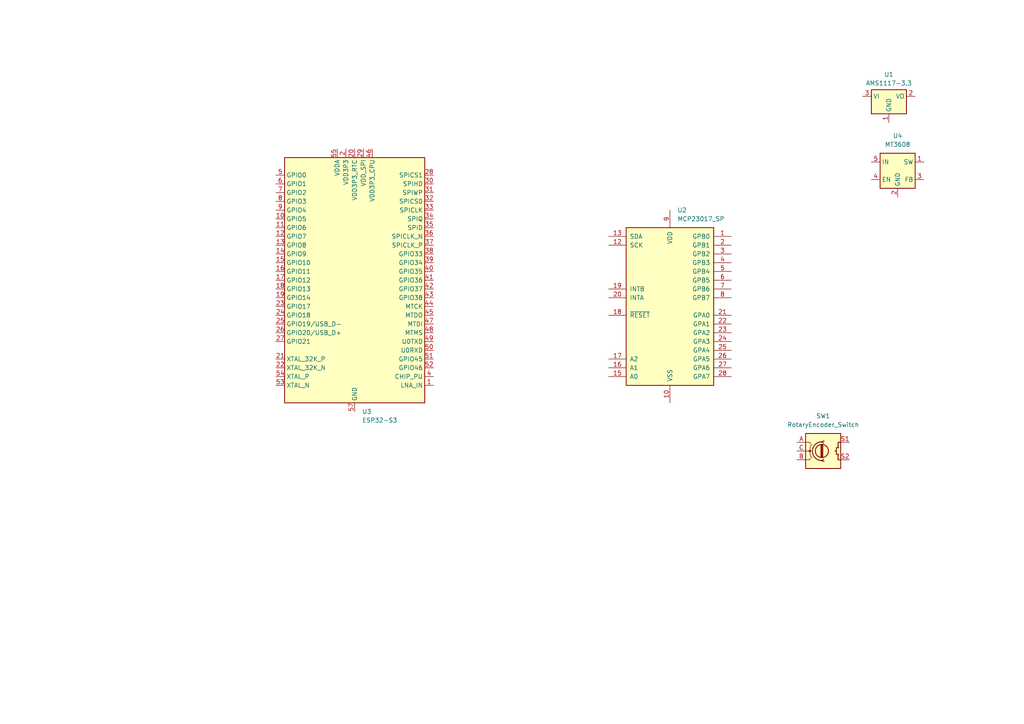
<source format=kicad_sch>
(kicad_sch (version 20250114) (generator "eeschema") (generator_version "9.0")
  (paper "A4")
  (lib_symbols
    (symbol "Device:RotaryEncoder_Switch" (pin_names (offset 0.254) (hide yes))
      (property "Reference" "SW" (at 0 6.604 0))
      (property "Value" "RotaryEncoder_Switch" (at 0 -6.604 0))
      (symbol "RotaryEncoder_Switch_0_1"
        (rectangle (start -5.08 5.08) (end 5.08 -5.08) (stroke (width 0.254)) (fill (type background)))
        (polyline (pts (xy -5.08 2.54) (xy -3.81 2.54) (xy -3.81 2.032)))
        (polyline (pts (xy -5.08 0) (xy -3.81 0) (xy -3.81 -1.016) (xy -3.302 -2.032)))
        (polyline (pts (xy -5.08 -2.54) (xy -3.81 -2.54) (xy -3.81 -2.032)))
        (polyline (pts (xy -4.318 0) (xy -3.81 0) (xy -3.81 1.016) (xy -3.302 2.032)))
        (circle (center -3.81 0) (radius 0.254) (fill (type outline)))
        (polyline (pts (xy -0.635 -1.778) (xy -0.635 1.778)) (stroke (width 0.254)))
        (circle (center -0.381 0) (radius 1.905) (stroke (width 0.254)))
        (polyline (pts (xy -0.381 -1.778) (xy -0.381 1.778)) (stroke (width 0.254)))
        (arc (start -0.381 -2.794) (mid -3.0988 -0.0635) (end -0.381 2.667) (stroke (width 0.254)))
        (polyline (pts (xy -0.127 1.778) (xy -0.127 -1.778)) (stroke (width 0.254)))
        (polyline (pts (xy 0.254 2.921) (xy -0.508 2.667) (xy 0.127 2.286)) (stroke (width 0.254)))
        (polyline (pts (xy 0.254 -3.048) (xy -0.508 -2.794) (xy 0.127 -2.413)) (stroke (width 0.254)))
        (polyline (pts (xy 3.81 1.016) (xy 3.81 -1.016)) (stroke (width 0.254)))
        (polyline (pts (xy 3.81 0) (xy 3.429 0)) (stroke (width 0.254)))
        (circle (center 4.318 1.016) (radius 0.127) (stroke (width 0.254)))
        (circle (center 4.318 -1.016) (radius 0.127) (stroke (width 0.254)))
        (polyline (pts (xy 5.08 2.54) (xy 4.318 2.54) (xy 4.318 1.016)) (stroke (width 0.254)))
        (polyline (pts (xy 5.08 -2.54) (xy 4.318 -2.54) (xy 4.318 -1.016)) (stroke (width 0.254)))
      )
      (symbol "RotaryEncoder_Switch_1_1"
        (pin passive line (at -7.62 2.54 0) (length 2.54) (name "A") (number "A"))
        (pin passive line (at -7.62 0 0) (length 2.54) (name "C") (number "C"))
        (pin passive line (at -7.62 -2.54 0) (length 2.54) (name "B") (number "B"))
        (pin passive line (at 7.62 2.54 180) (length 2.54) (name "S1") (number "S1"))
        (pin passive line (at 7.62 -2.54 180) (length 2.54) (name "S2") (number "S2"))
      )
    )
    (symbol "Interface_Expansion:MCP23017_SP" (pin_names (offset 1.016))
      (property "Reference" "U" (at -11.43 24.13 0))
      (property "Value" "MCP23017_SP" (at 0 0 0))
      (symbol "MCP23017_SP_0_1"
        (rectangle (start -12.7 22.86) (end 12.7 -22.86) (stroke (width 0.254)) (fill (type background)))
      )
      (symbol "MCP23017_SP_1_1"
        (pin bidirectional line (at -17.78 20.32 0) (length 5.08) (name "SDA") (number "13"))
        (pin input line (at -17.78 17.78 0) (length 5.08) (name "SCK") (number "12"))
        (pin tri_state line (at -17.78 5.08 0) (length 5.08) (name "INTB") (number "19"))
        (pin tri_state line (at -17.78 2.54 0) (length 5.08) (name "INTA") (number "20"))
        (pin input line (at -17.78 -2.54 0) (length 5.08) (name "~{RESET}") (number "18"))
        (pin input line (at -17.78 -15.24 0) (length 5.08) (name "A2") (number "17"))
        (pin input line (at -17.78 -17.78 0) (length 5.08) (name "A1") (number "16"))
        (pin input line (at -17.78 -20.32 0) (length 5.08) (name "A0") (number "15"))
        (pin no_connect line (at -12.7 15.24 0) (length 5.08) (hide yes) (name "NC") (number "11"))
        (pin no_connect line (at -12.7 12.7 0) (length 5.08) (hide yes) (name "NC") (number "14"))
        (pin power_in line (at 0 27.94 270) (length 5.08) (name "VDD") (number "9"))
        (pin power_in line (at 0 -27.94 90) (length 5.08) (name "VSS") (number "10"))
        (pin bidirectional line (at 17.78 20.32 180) (length 5.08) (name "GPB0") (number "1"))
        (pin bidirectional line (at 17.78 17.78 180) (length 5.08) (name "GPB1") (number "2"))
        (pin bidirectional line (at 17.78 15.24 180) (length 5.08) (name "GPB2") (number "3"))
        (pin bidirectional line (at 17.78 12.7 180) (length 5.08) (name "GPB3") (number "4"))
        (pin bidirectional line (at 17.78 10.16 180) (length 5.08) (name "GPB4") (number "5"))
        (pin bidirectional line (at 17.78 7.62 180) (length 5.08) (name "GPB5") (number "6"))
        (pin bidirectional line (at 17.78 5.08 180) (length 5.08) (name "GPB6") (number "7"))
        (pin output line (at 17.78 2.54 180) (length 5.08) (name "GPB7") (number "8"))
        (pin bidirectional line (at 17.78 -2.54 180) (length 5.08) (name "GPA0") (number "21"))
        (pin bidirectional line (at 17.78 -5.08 180) (length 5.08) (name "GPA1") (number "22"))
        (pin bidirectional line (at 17.78 -7.62 180) (length 5.08) (name "GPA2") (number "23"))
        (pin bidirectional line (at 17.78 -10.16 180) (length 5.08) (name "GPA3") (number "24"))
        (pin bidirectional line (at 17.78 -12.7 180) (length 5.08) (name "GPA4") (number "25"))
        (pin bidirectional line (at 17.78 -15.24 180) (length 5.08) (name "GPA5") (number "26"))
        (pin bidirectional line (at 17.78 -17.78 180) (length 5.08) (name "GPA6") (number "27"))
        (pin output line (at 17.78 -20.32 180) (length 5.08) (name "GPA7") (number "28"))
      )
    )
    (symbol "MCU_Espressif:ESP32-S3"
      (property "Reference" "U" (at 10.16 -38.1 0))
      (property "Value" "ESP32-S3" (at 13.97 -40.64 0))
      (symbol "ESP32-S3_0_1"
        (rectangle (start -20.32 35.56) (end 20.32 -35.56) (stroke (width 0.254)) (fill (type background)))
      )
      (symbol "ESP32-S3_1_0"
        (pin passive line (at -5.08 38.1 270) (length 2.54) (hide yes) (name "VDDA") (number "56"))
        (pin bidirectional line (at 22.86 12.7 180) (length 2.54) (name "SPICLK_N") (number "36"))
        (pin bidirectional line (at 22.86 -10.16 180) (length 2.54) (name "MTDO") (number "45"))
        (pin bidirectional line (at 22.86 -22.86 180) (length 2.54) (name "GPIO45") (number "51"))
      )
      (symbol "ESP32-S3_1_1"
        (pin bidirectional line (at -22.86 30.48 0) (length 2.54) (name "GPIO0") (number "5"))
        (pin bidirectional line (at -22.86 27.94 0) (length 2.54) (name "GPIO1") (number "6"))
        (pin bidirectional line (at -22.86 25.4 0) (length 2.54) (name "GPIO2") (number "7"))
        (pin bidirectional line (at -22.86 22.86 0) (length 2.54) (name "GPIO3") (number "8"))
        (pin bidirectional line (at -22.86 20.32 0) (length 2.54) (name "GPIO4") (number "9"))
        (pin bidirectional line (at -22.86 17.78 0) (length 2.54) (name "GPIO5") (number "10"))
        (pin bidirectional line (at -22.86 15.24 0) (length 2.54) (name "GPIO6") (number "11"))
        (pin bidirectional line (at -22.86 12.7 0) (length 2.54) (name "GPIO7") (number "12"))
        (pin bidirectional line (at -22.86 10.16 0) (length 2.54) (name "GPIO8") (number "13"))
        (pin bidirectional line (at -22.86 7.62 0) (length 2.54) (name "GPIO9") (number "14"))
        (pin bidirectional line (at -22.86 5.08 0) (length 2.54) (name "GPIO10") (number "15"))
        (pin bidirectional line (at -22.86 2.54 0) (length 2.54) (name "GPIO11") (number "16"))
        (pin bidirectional line (at -22.86 0 0) (length 2.54) (name "GPIO12") (number "17"))
        (pin bidirectional line (at -22.86 -2.54 0) (length 2.54) (name "GPIO13") (number "18"))
        (pin bidirectional line (at -22.86 -5.08 0) (length 2.54) (name "GPIO14") (number "19"))
        (pin bidirectional line (at -22.86 -7.62 0) (length 2.54) (name "GPIO17") (number "23"))
        (pin bidirectional line (at -22.86 -10.16 0) (length 2.54) (name "GPIO18") (number "24"))
        (pin bidirectional line (at -22.86 -12.7 0) (length 2.54) (name "GPIO19/USB_D-") (number "25"))
        (pin bidirectional line (at -22.86 -15.24 0) (length 2.54) (name "GPIO20/USB_D+") (number "26"))
        (pin bidirectional line (at -22.86 -17.78 0) (length 2.54) (name "GPIO21") (number "27"))
        (pin passive line (at -22.86 -22.86 0) (length 2.54) (name "XTAL_32K_P") (number "21"))
        (pin passive line (at -22.86 -25.4 0) (length 2.54) (name "XTAL_32K_N") (number "22"))
        (pin input line (at -22.86 -27.94 0) (length 2.54) (name "XTAL_P") (number "54"))
        (pin output line (at -22.86 -30.48 0) (length 2.54) (name "XTAL_N") (number "53"))
        (pin power_in line (at -5.08 38.1 270) (length 2.54) (name "VDDA") (number "55"))
        (pin power_in line (at -2.54 38.1 270) (length 2.54) (name "VDD3P3") (number "2"))
        (pin passive line (at -2.54 38.1 270) (length 2.54) (hide yes) (name "VDD3P3") (number "3"))
        (pin power_in line (at 0 38.1 270) (length 2.54) (name "VDD3P3_RTC") (number "20"))
        (pin power_in line (at 0 -38.1 90) (length 2.54) (name "GND") (number "57"))
        (pin power_in line (at 2.54 38.1 270) (length 2.54) (name "VDD_SPI") (number "29"))
        (pin power_in line (at 5.08 38.1 270) (length 2.54) (name "VDD3P3_CPU") (number "46"))
        (pin bidirectional line (at 22.86 30.48 180) (length 2.54) (name "SPICS1") (number "28"))
        (pin bidirectional line (at 22.86 27.94 180) (length 2.54) (name "SPIHD") (number "30"))
        (pin bidirectional line (at 22.86 25.4 180) (length 2.54) (name "SPIWP") (number "31"))
        (pin bidirectional line (at 22.86 22.86 180) (length 2.54) (name "SPICS0") (number "32"))
        (pin bidirectional line (at 22.86 20.32 180) (length 2.54) (name "SPICLK") (number "33"))
        (pin bidirectional line (at 22.86 17.78 180) (length 2.54) (name "SPIQ") (number "34"))
        (pin bidirectional line (at 22.86 15.24 180) (length 2.54) (name "SPID") (number "35"))
        (pin bidirectional line (at 22.86 10.16 180) (length 2.54) (name "SPICLK_P") (number "37"))
        (pin bidirectional line (at 22.86 7.62 180) (length 2.54) (name "GPIO33") (number "38"))
        (pin bidirectional line (at 22.86 5.08 180) (length 2.54) (name "GPIO34") (number "39"))
        (pin bidirectional line (at 22.86 2.54 180) (length 2.54) (name "GPIO35") (number "40"))
        (pin bidirectional line (at 22.86 0 180) (length 2.54) (name "GPIO36") (number "41"))
        (pin bidirectional line (at 22.86 -2.54 180) (length 2.54) (name "GPIO37") (number "42"))
        (pin bidirectional line (at 22.86 -5.08 180) (length 2.54) (name "GPIO38") (number "43"))
        (pin bidirectional line (at 22.86 -7.62 180) (length 2.54) (name "MTCK") (number "44"))
        (pin bidirectional line (at 22.86 -12.7 180) (length 2.54) (name "MTDI") (number "47"))
        (pin bidirectional line (at 22.86 -15.24 180) (length 2.54) (name "MTMS") (number "48"))
        (pin bidirectional line (at 22.86 -17.78 180) (length 2.54) (name "U0TXD") (number "49"))
        (pin bidirectional line (at 22.86 -20.32 180) (length 2.54) (name "U0RXD") (number "50"))
        (pin bidirectional line (at 22.86 -25.4 180) (length 2.54) (name "GPIO46") (number "52"))
        (pin input line (at 22.86 -27.94 180) (length 2.54) (name "CHIP_PU") (number "4"))
        (pin bidirectional line (at 22.86 -30.48 180) (length 2.54) (name "LNA_IN") (number "1"))
      )
    )
    (symbol "Regulator_Linear:AMS1117-3.3"
      (property "Reference" "U" (at -3.81 3.175 0))
      (property "Value" "AMS1117-3.3" (at 0 3.175 0))
      (symbol "AMS1117-3.3_0_1"
        (rectangle (start -5.08 -5.08) (end 5.08 1.905) (stroke (width 0.254)) (fill (type background)))
      )
      (symbol "AMS1117-3.3_1_1"
        (pin power_in line (at -7.62 0 0) (length 2.54) (name "VI") (number "3"))
        (pin power_in line (at 0 -7.62 90) (length 2.54) (name "GND") (number "1"))
        (pin power_out line (at 7.62 0 180) (length 2.54) (name "VO") (number "2"))
      )
    )
    (symbol "Regulator_Switching:MT3608"
      (property "Reference" "U" (at -2.54 8.89 0))
      (property "Value" "MT3608" (at -3.81 6.35 0))
      (symbol "MT3608_0_1"
        (rectangle (start -5.08 5.08) (end 5.08 -5.08) (stroke (width 0.254)) (fill (type background)))
      )
      (symbol "MT3608_1_1"
        (pin power_in line (at -7.62 2.54 0) (length 2.54) (name "IN") (number "5"))
        (pin input line (at -7.62 -2.54 0) (length 2.54) (name "EN") (number "4"))
        (pin power_in line (at 0 -7.62 90) (length 2.54) (name "GND") (number "2"))
        (pin no_connect line (at 5.08 0 180) (length 2.54) (hide yes) (name "NC") (number "6"))
        (pin passive line (at 7.62 2.54 180) (length 2.54) (name "SW") (number "1"))
        (pin input line (at 7.62 -2.54 180) (length 2.54) (name "FB") (number "3"))
      )
    )
  )
  (symbol (lib_id "Regulator_Linear:AMS1117-3.3") (at 257.81 27.94 0) (unit 1)
    (property "Reference" "U1" (at 257.81 21.59 0))
    (property "Value" "AMS1117-3.3" (at 257.81 24.13 0))
    (property "Footprint" "Package_TO_SOT_SMD:SOT-223-3_TabPin2" (effects (hide yes)))
    (property "Datasheet" "http://www.advanced-monolithic.com/pdf/ds1117.pdf" (effects (hide yes)))
    (property "Description" "1A Low Dropout regulator, positive, 3.3V fixed output, SOT-223" (effects (hide yes)))
  )
  (symbol (lib_id "Interface_Expansion:MCP23017_SP") (at 194.31 88.9 0) (unit 1)
    (property "Reference" "U2" (at 196.4533 60.96 0) (effects (justify left)))
    (property "Value" "MCP23017_SP" (at 196.4533 63.5 0) (effects (justify left)))
    (property "Footprint" "Package_DIP:DIP-28_W7.62mm" (effects (hide yes)))
    (property "Datasheet" "https://ww1.microchip.com/downloads/aemDocuments/documents/APID/ProductDocuments/DataSheets/MCP23017-Data-Sheet-DS20001952.pdf" (effects (hide yes)))
    (property "Description" "16-bit I/O expander, I2C, interrupts, w pull-ups, SPDIP-28" (effects (hide yes)))
  )
  (symbol (lib_id "MCU_Espressif:ESP32-S3") (at 102.87 81.28 0) (unit 1)
    (property "Reference" "U3" (at 105.0133 119.38 0) (effects (justify left)))
    (property "Value" "ESP32-S3" (at 105.0133 121.92 0) (effects (justify left)))
    (property "Footprint" "RF_Module:ESP32-S3-WROOM-1" (effects (hide yes)))
    (property "Datasheet" "https://www.espressif.com/sites/default/files/documentation/esp32-s3_datasheet_en.pdf" (effects (hide yes)))
    (property "Description" "Microcontroller, Wi-Fi 802.11b/g/n, Bluetooth, 32bit" (effects (hide yes)))
  )
  (symbol (lib_id "Regulator_Switching:MT3608") (at 260.35 49.53 0) (unit 1)
    (property "Reference" "U4" (at 260.35 39.37 0))
    (property "Value" "MT3608" (at 260.35 41.91 0))
    (property "Footprint" "Package_TO_SOT_SMD:SOT-23-6_Handsoldering" (effects (hide yes)))
    (property "Datasheet" "https://www.olimex.com/Products/Breadboarding/BB-PWR-3608/resources/MT3608.pdf" (effects (hide yes)))
    (property "Description" "High Efficiency 1.2MHz 2A Step Up Converter, 2-24V Vin, 28V Vout, 4A current limit, 1.2MHz, SOT23-6" (effects (hide yes)))
  )
  (symbol (lib_id "Device:RotaryEncoder_Switch") (at 238.76 130.81 0) (unit 1)
    (property "Reference" "SW1" (at 238.76 120.65 0))
    (property "Value" "RotaryEncoder_Switch" (at 238.76 123.19 0))
    (property "Description" "Rotary encoder, dual channel, incremental quadrate outputs, with switch" (effects (hide yes)))
  )
)
</source>
